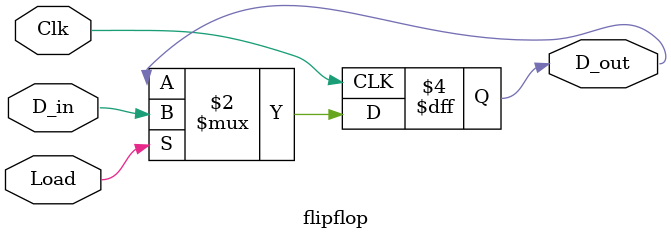
<source format=sv>
module BEN_Unit(
input logic [15:0] IR, Bus,
input logic Clk, LD_BEN, LD_CC,
output logic BEN_Out);

logic [2:0] nzp_com, nzp_tran;
logic BEN_tran;
flipflop N(.Clk(Clk), .D_in(nzp_com[2]), .Load(LD_CC), .D_out(nzp_tran[2]));
flipflop Z(.Clk(Clk), .D_in(nzp_com[1]), .Load(LD_CC), .D_out(nzp_tran[1]));
flipflop P(.Clk(Clk), .D_in(nzp_com[0]), .Load(LD_CC), .D_out(nzp_tran[0]));
flipflop BEN(.Clk(Clk), .D_in(BEN_tran), .Load(LD_BEN), .D_out(BEN_Out));

always_comb
begin
	if(Bus[15])
		nzp_com = 3'b100;
	else
	begin
		if(!Bus)
			nzp_com = 3'b010;
		else
			nzp_com = 3'b001;
	end
	
	BEN_tran = (nzp_tran[2]&IR[11])|(nzp_tran[1]&IR[10])|(nzp_tran[0]&IR[9]);
end


endmodule

module flipflop(
input logic Clk, D_in, Load,
output logic D_out);
always_ff @ (posedge Clk)
begin
	if(Load)
		D_out <= D_in;
end
endmodule

</source>
